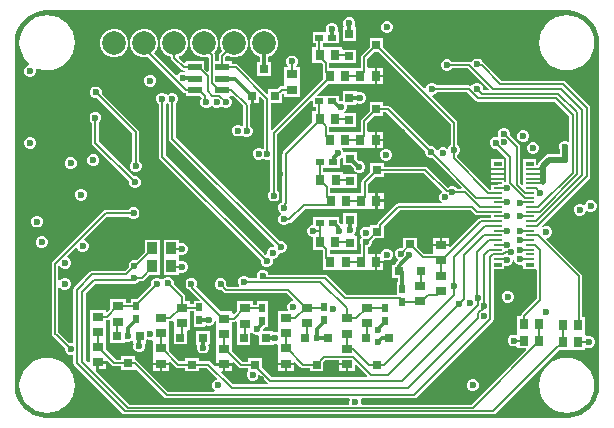
<source format=gbl>
G04*
G04 #@! TF.GenerationSoftware,Altium Limited,Altium Designer,24.6.1 (21)*
G04*
G04 Layer_Physical_Order=4*
G04 Layer_Color=16711680*
%FSLAX44Y44*%
%MOMM*%
G71*
G04*
G04 #@! TF.SameCoordinates,87211DF0-6A2C-41B4-8933-B6BDE5F1B33B*
G04*
G04*
G04 #@! TF.FilePolarity,Positive*
G04*
G01*
G75*
%ADD12C,0.2000*%
%ADD14C,0.1500*%
%ADD20R,0.9000X1.0500*%
%ADD23R,0.5000X0.7000*%
%ADD24R,0.8000X0.9500*%
%ADD26R,0.9500X0.8000*%
%ADD53C,0.5000*%
%ADD54C,0.3000*%
%ADD55C,2.0000*%
%ADD56C,0.6000*%
%ADD57R,0.7620X0.7620*%
%ADD58R,0.7000X0.5000*%
%ADD59R,1.2000X0.6000*%
%ADD60R,0.6600X0.3200*%
%ADD61R,0.6600X0.2000*%
%ADD62R,0.7620X0.7620*%
G36*
X470000Y347451D02*
X471799D01*
X475367Y346981D01*
X478843Y346050D01*
X482167Y344673D01*
X485284Y342874D01*
X488139Y340683D01*
X490683Y338139D01*
X492874Y335284D01*
X494673Y332168D01*
X496050Y328843D01*
X496982Y325367D01*
X497451Y321799D01*
X497451Y320000D01*
X497451Y30000D01*
Y28201D01*
X496981Y24633D01*
X496050Y21157D01*
X494673Y17833D01*
X492874Y14716D01*
X490683Y11861D01*
X488139Y9317D01*
X485284Y7126D01*
X482168Y5327D01*
X478843Y3950D01*
X475367Y3019D01*
X471799Y2549D01*
X470000Y2549D01*
X30000Y2549D01*
X28201D01*
X24633Y3018D01*
X21157Y3950D01*
X17833Y5327D01*
X14716Y7126D01*
X11861Y9317D01*
X9317Y11861D01*
X7126Y14716D01*
X5327Y17832D01*
X3950Y21157D01*
X3019Y24633D01*
X2549Y28201D01*
X2549Y30000D01*
Y320000D01*
Y321799D01*
X3018Y325367D01*
X3950Y328843D01*
X5327Y332167D01*
X7126Y335284D01*
X9317Y338139D01*
X11861Y340683D01*
X14716Y342874D01*
X17832Y344673D01*
X21157Y346050D01*
X24633Y346981D01*
X28201Y347451D01*
X30000Y347451D01*
X470000Y347451D01*
D02*
G37*
%LPC*%
G36*
X318745Y338250D02*
X316755D01*
X314918Y337489D01*
X313511Y336082D01*
X312750Y334245D01*
Y332255D01*
X313511Y330418D01*
X314918Y329011D01*
X316755Y328250D01*
X318745D01*
X320582Y329011D01*
X321989Y330418D01*
X322750Y332255D01*
Y334245D01*
X321989Y336082D01*
X320582Y337489D01*
X318745Y338250D01*
D02*
G37*
G36*
X286995Y341500D02*
X285005D01*
X283168Y340739D01*
X281761Y339332D01*
X281000Y337495D01*
Y335505D01*
X281371Y334610D01*
X280536Y333360D01*
X280190D01*
Y321740D01*
X291810D01*
Y333360D01*
X291464D01*
X290629Y334610D01*
X291000Y335505D01*
Y337495D01*
X290239Y339332D01*
X288832Y340739D01*
X286995Y341500D01*
D02*
G37*
G36*
X272245Y337000D02*
X270255D01*
X268418Y336239D01*
X267011Y334832D01*
X266250Y332995D01*
Y331005D01*
X266563Y330250D01*
X265728Y329000D01*
X255000D01*
Y320000D01*
X257696D01*
Y316250D01*
X254750D01*
Y302750D01*
X262785D01*
X263446Y302089D01*
Y295250D01*
X263500Y294979D01*
Y289215D01*
X220553Y246268D01*
X219303Y246786D01*
Y268940D01*
X228810D01*
Y276234D01*
X229750Y277174D01*
X231000Y276797D01*
Y274500D01*
X244500D01*
Y286250D01*
X244500Y286500D01*
Y287500D01*
X244500Y287750D01*
Y299500D01*
X241589D01*
X241071Y300750D01*
X241739Y301418D01*
X242500Y303255D01*
Y305245D01*
X241739Y307082D01*
X240332Y308489D01*
X238495Y309250D01*
X236505D01*
X234668Y308489D01*
X233261Y307082D01*
X232500Y305245D01*
Y303255D01*
X233261Y301418D01*
X233929Y300750D01*
X233411Y299500D01*
X231000D01*
Y287750D01*
X231000Y287500D01*
Y286500D01*
X231000Y286250D01*
Y283559D01*
X228750D01*
X228750Y283559D01*
X227579Y283326D01*
X226587Y282663D01*
X224484Y280560D01*
X217190D01*
Y277598D01*
X216035Y277120D01*
X191922Y301233D01*
X191012Y301840D01*
X189939Y302054D01*
X186250D01*
Y304250D01*
X181054D01*
Y308125D01*
X182310Y309381D01*
X183718Y308568D01*
X186770Y307750D01*
X189930D01*
X192982Y308568D01*
X195718Y310148D01*
X197952Y312382D01*
X199532Y315118D01*
X200350Y318170D01*
Y321330D01*
X199532Y324382D01*
X197952Y327118D01*
X195718Y329352D01*
X192982Y330932D01*
X189930Y331750D01*
X186770D01*
X183718Y330932D01*
X180982Y329352D01*
X178748Y327118D01*
X177168Y324382D01*
X176350Y321330D01*
Y318170D01*
X177168Y315118D01*
X178247Y313249D01*
X176267Y311269D01*
X175660Y310359D01*
X175446Y309286D01*
Y304250D01*
X172510D01*
Y309713D01*
X172297Y310786D01*
X171760Y311589D01*
X172552Y312382D01*
X174132Y315118D01*
X174950Y318170D01*
Y321330D01*
X174132Y324382D01*
X172552Y327118D01*
X170318Y329352D01*
X167582Y330932D01*
X164530Y331750D01*
X161370D01*
X158318Y330932D01*
X155582Y329352D01*
X153348Y327118D01*
X151768Y324382D01*
X150950Y321330D01*
Y318170D01*
X151768Y315118D01*
X153348Y312382D01*
X155582Y310148D01*
X158318Y308568D01*
X161370Y307750D01*
X164530D01*
X165911Y308120D01*
X166903Y307359D01*
Y296196D01*
X165748Y295718D01*
X163250Y298215D01*
Y304250D01*
X147250D01*
Y303483D01*
X146000Y302965D01*
X141658Y307307D01*
X141982Y308514D01*
X142182Y308568D01*
X144918Y310148D01*
X147152Y312382D01*
X148732Y315118D01*
X149550Y318170D01*
Y321330D01*
X148732Y324382D01*
X147152Y327118D01*
X144918Y329352D01*
X142182Y330932D01*
X139130Y331750D01*
X135970D01*
X132918Y330932D01*
X130182Y329352D01*
X127948Y327118D01*
X126368Y324382D01*
X125550Y321330D01*
Y318170D01*
X126368Y315118D01*
X127948Y312382D01*
X130182Y310148D01*
X132918Y308568D01*
X134746Y308078D01*
Y307450D01*
X134960Y306377D01*
X135567Y305467D01*
X143767Y297267D01*
X144677Y296660D01*
X145750Y296446D01*
X146414D01*
X146543Y296022D01*
X146174Y295550D01*
X145546Y295000D01*
X143756D01*
X141918Y294239D01*
X140546Y292866D01*
X140266Y292635D01*
X139218Y292426D01*
X120507Y311137D01*
X121752Y312382D01*
X123332Y315118D01*
X124150Y318170D01*
Y321330D01*
X123332Y324382D01*
X121752Y327118D01*
X119518Y329352D01*
X116782Y330932D01*
X113730Y331750D01*
X110570D01*
X107518Y330932D01*
X104782Y329352D01*
X102548Y327118D01*
X100968Y324382D01*
X100150Y321330D01*
Y318170D01*
X100968Y315118D01*
X102548Y312382D01*
X104782Y310148D01*
X107518Y308568D01*
X110570Y307750D01*
X113730D01*
X115492Y308222D01*
X145446Y278267D01*
X146356Y277660D01*
X147250Y277482D01*
Y275250D01*
X159285D01*
X161085Y273450D01*
Y273156D01*
X160511Y272582D01*
X159750Y270745D01*
Y268755D01*
X160511Y266918D01*
X161918Y265511D01*
X163755Y264750D01*
X165745D01*
X167582Y265511D01*
X168683Y266612D01*
X168996Y266916D01*
X170245Y266684D01*
X170918Y266011D01*
X172755Y265250D01*
X174745D01*
X176582Y266011D01*
X177375Y266804D01*
X178668Y265511D01*
X180505Y264750D01*
X182495D01*
X184332Y265511D01*
X185739Y266918D01*
X186500Y268755D01*
Y270745D01*
X185739Y272582D01*
X184332Y273989D01*
X184305Y274000D01*
X184554Y275250D01*
X186250D01*
Y275250D01*
X187070Y275590D01*
X196192Y266468D01*
Y250147D01*
X195028Y249543D01*
X194582Y249989D01*
X192745Y250750D01*
X190755D01*
X188918Y249989D01*
X187511Y248582D01*
X186750Y246745D01*
Y244755D01*
X187511Y242918D01*
X188918Y241511D01*
X190755Y240750D01*
X192745D01*
X194582Y241511D01*
X195248Y242177D01*
X196163Y241261D01*
X198001Y240500D01*
X199990D01*
X201828Y241261D01*
X203235Y242668D01*
X203996Y244505D01*
Y246495D01*
X203235Y248332D01*
X201828Y249739D01*
X201800Y249751D01*
Y267629D01*
X201787Y267690D01*
X202813Y268940D01*
X202950D01*
Y274750D01*
X204950D01*
Y268940D01*
X209760D01*
Y273831D01*
X210915Y274309D01*
X213695Y271529D01*
Y230644D01*
X212621Y229950D01*
X212082Y230489D01*
X210245Y231250D01*
X208255D01*
X206418Y230489D01*
X205011Y229082D01*
X204250Y227245D01*
Y225255D01*
X205011Y223418D01*
X206418Y222011D01*
X208255Y221250D01*
X210245D01*
X212082Y222011D01*
X212812Y222741D01*
X213667Y221886D01*
X215504Y221125D01*
X217493D01*
X217907Y221296D01*
X218946Y220602D01*
Y195001D01*
X218918Y194989D01*
X217511Y193582D01*
X216750Y191745D01*
Y189755D01*
X217511Y187918D01*
X218918Y186511D01*
X220755Y185750D01*
X222745D01*
X224582Y186511D01*
X225989Y187918D01*
X226750Y189755D01*
Y191745D01*
X225989Y193582D01*
X224582Y194989D01*
X224554Y195001D01*
Y242339D01*
X253845Y271630D01*
X255000Y271152D01*
Y266000D01*
X257696D01*
Y262250D01*
X254750D01*
Y252715D01*
X230017Y227983D01*
X229410Y227073D01*
X229196Y226000D01*
Y185578D01*
X229006Y185293D01*
X227668Y184739D01*
X226261Y183332D01*
X225500Y181495D01*
Y179505D01*
X226261Y177668D01*
X227668Y176261D01*
X227872Y176176D01*
Y174823D01*
X227668Y174739D01*
X226261Y173332D01*
X225500Y171495D01*
Y169505D01*
X226261Y167668D01*
X227668Y166261D01*
X229505Y165500D01*
X231495D01*
X233332Y166261D01*
X234739Y167668D01*
X234751Y167696D01*
X235250D01*
X236323Y167910D01*
X237233Y168517D01*
X248386Y179671D01*
X266890D01*
X267161Y179725D01*
X276140D01*
Y179725D01*
X277140D01*
Y179725D01*
X289140D01*
Y179725D01*
X289890D01*
Y179725D01*
X301640D01*
X301890Y179725D01*
X302890D01*
X303140Y179725D01*
X307890D01*
Y186475D01*
Y193225D01*
X303140D01*
X302890Y193225D01*
X301694Y193355D01*
Y200729D01*
X307655Y206690D01*
X315310D01*
Y209696D01*
X348839D01*
X364522Y194013D01*
X364418Y193489D01*
X363011Y192082D01*
X362250Y190245D01*
Y188255D01*
X363011Y186418D01*
X364125Y185304D01*
X363711Y184054D01*
X327500D01*
X326427Y183840D01*
X325517Y183233D01*
X310187Y167903D01*
X309580Y166993D01*
X309399Y166085D01*
X303300D01*
Y164404D01*
X302050Y163709D01*
X300745Y164250D01*
X298755D01*
X296918Y163489D01*
X295511Y162082D01*
X294750Y160245D01*
Y158255D01*
X295511Y156418D01*
X296429Y155500D01*
X295516Y154587D01*
X294755Y152749D01*
Y150760D01*
X295516Y148922D01*
X295946Y148492D01*
Y141000D01*
X289500D01*
Y141000D01*
X288750D01*
Y141000D01*
X277000D01*
X276750Y141000D01*
X275750D01*
X275500Y141000D01*
X269304D01*
Y145000D01*
X280000D01*
Y145000D01*
X280440Y144940D01*
Y144940D01*
X281225Y144940D01*
X292060D01*
Y156560D01*
X290399D01*
X289881Y157810D01*
X290739Y158668D01*
X291500Y160505D01*
Y162495D01*
X291311Y162951D01*
X292006Y163990D01*
X292060D01*
Y175610D01*
X280440D01*
Y166616D01*
X279190Y166237D01*
X278949Y166597D01*
X277250Y168297D01*
Y172250D01*
X255250D01*
Y165750D01*
X254505D01*
X252668Y164989D01*
X251261Y163582D01*
X250500Y161745D01*
Y159755D01*
X251261Y157918D01*
X252668Y156511D01*
X254505Y155750D01*
X255000D01*
Y145000D01*
X263035D01*
X263696Y144339D01*
Y137500D01*
X263750Y137229D01*
Y127500D01*
X275500D01*
X275750Y127500D01*
X276750D01*
X277000Y127500D01*
X288750D01*
Y127500D01*
X289500D01*
Y127500D01*
X301250D01*
X301500Y127500D01*
X302500D01*
X302750Y127500D01*
X307500D01*
Y134250D01*
Y141000D01*
X302804D01*
X302500Y141000D01*
X301554Y141734D01*
Y147088D01*
X302587Y147516D01*
X303993Y148922D01*
X304755Y150760D01*
Y151954D01*
X307265Y154465D01*
X314920D01*
Y163064D01*
X314974Y163335D01*
Y164759D01*
X328661Y178446D01*
X388914D01*
X392342Y175017D01*
X393252Y174410D01*
X394325Y174196D01*
X406150D01*
Y171804D01*
X397415D01*
X396342Y171590D01*
X395432Y170983D01*
X371320Y146870D01*
X370165Y147348D01*
Y147750D01*
X356665D01*
Y142750D01*
X356665Y142750D01*
X356535Y141554D01*
X349161D01*
X343200Y147515D01*
Y155170D01*
X331580D01*
Y147515D01*
X330460Y146395D01*
X328596D01*
X326759Y145634D01*
X325352Y144228D01*
X324591Y142390D01*
Y140401D01*
X325352Y138563D01*
X326759Y137157D01*
X327028Y137045D01*
X327272Y135819D01*
X325342Y133888D01*
X324568Y132731D01*
X324484Y132310D01*
X322055D01*
Y120690D01*
X327346D01*
Y117500D01*
X326415D01*
Y106554D01*
X283411D01*
X267483Y122483D01*
X266573Y123090D01*
X265500Y123304D01*
X217500D01*
Y123745D01*
X216739Y125582D01*
X215332Y126989D01*
X213495Y127750D01*
X211505D01*
X209668Y126989D01*
X208261Y125582D01*
X207500Y123745D01*
Y121756D01*
X207567Y121593D01*
X206873Y120554D01*
X201001D01*
X200989Y120582D01*
X199582Y121989D01*
X197745Y122750D01*
X195755D01*
X193918Y121989D01*
X192511Y120582D01*
X191750Y118745D01*
Y116755D01*
X192511Y114918D01*
X192720Y114709D01*
X192242Y113554D01*
X182889D01*
X181879Y114563D01*
X181891Y114592D01*
Y116581D01*
X181130Y118419D01*
X179723Y119825D01*
X177886Y120586D01*
X175896D01*
X174059Y119825D01*
X172652Y118419D01*
X171891Y116581D01*
Y114592D01*
X172652Y112754D01*
X174059Y111348D01*
X175896Y110586D01*
X177886D01*
X177914Y110598D01*
X179745Y108767D01*
X180654Y108160D01*
X181727Y107946D01*
X232789D01*
X238330Y102405D01*
X237852Y101250D01*
X237505D01*
X235668Y100489D01*
X234261Y99082D01*
X233500Y97245D01*
Y95255D01*
X233916Y94250D01*
X233081Y93000D01*
X225450D01*
Y81000D01*
X225450D01*
Y80000D01*
X225450D01*
Y75605D01*
X224411Y74910D01*
X224195Y75000D01*
X222206D01*
X221278Y75620D01*
Y75890D01*
X213161D01*
X212750Y76505D01*
Y77453D01*
X213942Y78645D01*
X214232Y79080D01*
X216918D01*
Y90080D01*
Y101080D01*
X207918D01*
Y98134D01*
X204168D01*
Y101330D01*
X190668D01*
Y93295D01*
X187918Y90545D01*
X186668Y91063D01*
Y92580D01*
X177134D01*
X156392Y113321D01*
X156489Y113418D01*
X157250Y115255D01*
Y117245D01*
X156489Y119082D01*
X155082Y120489D01*
X153244Y121250D01*
X151255D01*
X149418Y120489D01*
X148011Y119082D01*
X147250Y117245D01*
Y115255D01*
X148011Y113418D01*
X149418Y112011D01*
X150530Y111551D01*
X151128Y110655D01*
X159128Y102655D01*
X158650Y101500D01*
X154409D01*
Y98554D01*
X150659D01*
Y101750D01*
X146713D01*
Y105091D01*
X146500Y106164D01*
X145892Y107073D01*
X137238Y115727D01*
X137250Y115755D01*
Y117745D01*
X136489Y119582D01*
X135082Y120989D01*
X133245Y121750D01*
X131255D01*
X129418Y120989D01*
X128317Y119888D01*
X128004Y119584D01*
X126755Y119816D01*
X126082Y120489D01*
X124245Y121250D01*
X122255D01*
X120418Y120489D01*
X119011Y119082D01*
X118250Y117245D01*
Y115255D01*
X118262Y115227D01*
X105785Y102750D01*
X100750D01*
Y99804D01*
X97000D01*
Y103000D01*
X83500D01*
Y94965D01*
X80750Y92215D01*
X79500Y92733D01*
Y94250D01*
X66000D01*
Y82250D01*
X66000D01*
Y81250D01*
X66000D01*
Y69250D01*
X66000D01*
Y68500D01*
X66000D01*
Y56750D01*
X66000Y56500D01*
X66000D01*
Y55500D01*
X66000D01*
Y49527D01*
X64845Y49049D01*
X62804Y51090D01*
Y107949D01*
X71051Y116196D01*
X102000D01*
X102191Y116234D01*
X102755Y116000D01*
X104745D01*
X106582Y116761D01*
X107989Y118168D01*
X108001Y118196D01*
X110250D01*
X111323Y118410D01*
X112233Y119017D01*
X116715Y123500D01*
X125750D01*
Y138000D01*
X125750Y138000D01*
Y139000D01*
X125750D01*
X125750Y139250D01*
Y153500D01*
X112750D01*
Y142965D01*
X105377Y135592D01*
X104995Y135750D01*
X103005D01*
X101168Y134989D01*
X99761Y133582D01*
X99000Y131745D01*
Y129755D01*
X99012Y129727D01*
X96089Y126804D01*
X68000D01*
X66927Y126590D01*
X66017Y125983D01*
X53017Y112983D01*
X52410Y112073D01*
X52196Y111000D01*
Y66627D01*
X51157Y65933D01*
X50995Y66000D01*
X49005D01*
X48623Y65842D01*
X40233Y74233D01*
X39554Y74686D01*
Y112816D01*
X40577Y113114D01*
X40804Y113125D01*
X42168Y111761D01*
X44005Y111000D01*
X45995D01*
X47832Y111761D01*
X49239Y113168D01*
X50000Y115005D01*
Y116995D01*
X49239Y118832D01*
X47832Y120239D01*
X45995Y121000D01*
X44005D01*
X42168Y120239D01*
X40804Y118875D01*
X40577Y118886D01*
X39554Y119184D01*
Y130704D01*
X39823Y130873D01*
X41261Y130668D01*
X42668Y129261D01*
X44505Y128500D01*
X46495D01*
X48332Y129261D01*
X49739Y130668D01*
X50500Y132505D01*
Y134495D01*
X49739Y136332D01*
X48332Y137739D01*
X47547Y138064D01*
X47254Y139538D01*
X54095Y146380D01*
X55539Y146056D01*
X56011Y144918D01*
X57418Y143511D01*
X59255Y142750D01*
X61245D01*
X63082Y143511D01*
X64489Y144918D01*
X65250Y146755D01*
Y148745D01*
X64489Y150582D01*
X63082Y151989D01*
X61943Y152460D01*
X61620Y153905D01*
X80661Y172946D01*
X98999D01*
X99011Y172918D01*
X100418Y171511D01*
X102255Y170750D01*
X104245D01*
X106082Y171511D01*
X107489Y172918D01*
X108250Y174755D01*
Y176745D01*
X107489Y178582D01*
X106082Y179989D01*
X104245Y180750D01*
X102255D01*
X100418Y179989D01*
X99011Y178582D01*
X98999Y178554D01*
X79500D01*
X78427Y178340D01*
X77517Y177733D01*
X34767Y134983D01*
X34160Y134073D01*
X33946Y133000D01*
Y73507D01*
X34160Y72434D01*
X34767Y71525D01*
X36025Y70267D01*
X36756Y69779D01*
X45000Y61535D01*
Y60005D01*
X45761Y58168D01*
X47168Y56761D01*
X49005Y56000D01*
X50995D01*
X51157Y56067D01*
X52196Y55373D01*
Y49000D01*
X52410Y47927D01*
X53017Y47017D01*
X93767Y6267D01*
X94677Y5660D01*
X95750Y5446D01*
X408000D01*
X409073Y5660D01*
X409983Y6267D01*
X463965Y60250D01*
X472500D01*
X472750Y60250D01*
X473750D01*
X474000Y60250D01*
X485750D01*
Y61581D01*
X487000Y62417D01*
X488005Y62000D01*
X489995D01*
X491832Y62761D01*
X493239Y64168D01*
X494000Y66005D01*
Y67995D01*
X493239Y69832D01*
X491832Y71239D01*
X489995Y72000D01*
X488005D01*
X487000Y71583D01*
X485750Y72419D01*
Y73500D01*
X485750Y73750D01*
Y74750D01*
X485750Y75000D01*
Y88250D01*
X482804D01*
Y122500D01*
X482590Y123573D01*
X481983Y124483D01*
X452715Y153750D01*
X453233Y155000D01*
X453745D01*
X455582Y155761D01*
X456989Y157168D01*
X457750Y159005D01*
Y160995D01*
X456989Y162832D01*
X455582Y164239D01*
X453745Y165000D01*
X451755D01*
X449918Y164239D01*
X449126Y165161D01*
X488983Y205017D01*
X489590Y205927D01*
X489804Y207000D01*
Y265000D01*
X489590Y266073D01*
X488983Y266983D01*
X468983Y286983D01*
X468073Y287590D01*
X467000Y287804D01*
X414911D01*
X399844Y302872D01*
X398950Y303469D01*
X398489Y304582D01*
X397082Y305989D01*
X395245Y306750D01*
X393255D01*
X391418Y305989D01*
X390011Y304582D01*
X389841Y304171D01*
X388752Y303840D01*
X387679Y304054D01*
X373001D01*
X372989Y304082D01*
X371582Y305489D01*
X369745Y306250D01*
X367755D01*
X365918Y305489D01*
X364511Y304082D01*
X363750Y302245D01*
Y300255D01*
X364511Y298418D01*
X365918Y297011D01*
X367755Y296250D01*
X369745D01*
X371582Y297011D01*
X372989Y298418D01*
X373001Y298446D01*
X386517D01*
X404005Y280959D01*
X403527Y279804D01*
X400155D01*
X399000Y280256D01*
Y282245D01*
X398239Y284082D01*
X396832Y285489D01*
X394995Y286250D01*
X393005D01*
X391168Y285489D01*
X389761Y284082D01*
X389750Y284056D01*
X388242Y283680D01*
X388002Y283840D01*
X386929Y284054D01*
X360001D01*
X359989Y284082D01*
X358582Y285489D01*
X356745Y286250D01*
X354756D01*
X352918Y285489D01*
X351511Y284082D01*
X350750Y282245D01*
Y281868D01*
X349500Y281350D01*
X314670Y316180D01*
Y323835D01*
X303050D01*
Y316180D01*
X296517Y309648D01*
X295910Y308738D01*
X295696Y307665D01*
Y298750D01*
X289250D01*
Y298750D01*
X288500D01*
Y298750D01*
X276500D01*
Y298750D01*
X275500D01*
Y298750D01*
X269054D01*
Y302750D01*
X279750D01*
Y302750D01*
X280190Y302690D01*
Y302690D01*
X280975Y302690D01*
X291810D01*
Y314310D01*
X280190D01*
X279750Y315378D01*
Y316250D01*
X267750D01*
X267750Y316250D01*
X266750D01*
Y316250D01*
X266500Y316250D01*
X263304D01*
Y320000D01*
X277000D01*
Y329000D01*
X276772D01*
X275937Y330250D01*
X276250Y331005D01*
Y332995D01*
X275489Y334832D01*
X274082Y336239D01*
X272245Y337000D01*
D02*
G37*
G36*
X88330Y331750D02*
X85170D01*
X82118Y330932D01*
X79382Y329352D01*
X77148Y327118D01*
X75568Y324382D01*
X74750Y321330D01*
Y318170D01*
X75568Y315118D01*
X77148Y312382D01*
X79382Y310148D01*
X82118Y308568D01*
X85170Y307750D01*
X88330D01*
X91382Y308568D01*
X94118Y310148D01*
X96352Y312382D01*
X97932Y315118D01*
X98750Y318170D01*
Y321330D01*
X97932Y324382D01*
X96352Y327118D01*
X94118Y329352D01*
X91382Y330932D01*
X88330Y331750D01*
D02*
G37*
G36*
X470000Y343383D02*
X465438Y342933D01*
X461052Y341603D01*
X457009Y339442D01*
X453466Y336534D01*
X450558Y332991D01*
X448397Y328948D01*
X447067Y324562D01*
X446617Y320000D01*
X447067Y315438D01*
X448397Y311052D01*
X450558Y307009D01*
X453466Y303466D01*
X457009Y300558D01*
X461052Y298397D01*
X465438Y297067D01*
X470000Y296617D01*
X474562Y297067D01*
X478948Y298397D01*
X482991Y300558D01*
X486534Y303466D01*
X489442Y307009D01*
X491603Y311052D01*
X492933Y315438D01*
X493383Y320000D01*
X492933Y324562D01*
X491603Y328948D01*
X489442Y332991D01*
X486534Y336534D01*
X482991Y339442D01*
X478948Y341603D01*
X474562Y342933D01*
X470000Y343383D01*
D02*
G37*
G36*
X30000D02*
X25438Y342933D01*
X21052Y341603D01*
X17009Y339442D01*
X13466Y336534D01*
X10558Y332991D01*
X8397Y328948D01*
X7067Y324562D01*
X6617Y320000D01*
X7067Y315438D01*
X8397Y311052D01*
X10558Y307009D01*
X13466Y303466D01*
X15037Y302177D01*
X14616Y301000D01*
X14505D01*
X12668Y300239D01*
X11261Y298832D01*
X10500Y296995D01*
Y295005D01*
X11261Y293168D01*
X12668Y291761D01*
X14505Y291000D01*
X16495D01*
X18332Y291761D01*
X19739Y293168D01*
X20500Y295005D01*
Y296995D01*
X20351Y297355D01*
X20688Y297856D01*
X21304Y298321D01*
X25438Y297067D01*
X30000Y296617D01*
X34562Y297067D01*
X38948Y298397D01*
X42991Y300558D01*
X46534Y303466D01*
X49442Y307009D01*
X51603Y311052D01*
X52933Y315438D01*
X53383Y320000D01*
X52933Y324562D01*
X51603Y328948D01*
X49442Y332991D01*
X46534Y336534D01*
X42991Y339442D01*
X38948Y341603D01*
X34562Y342933D01*
X30000Y343383D01*
D02*
G37*
G36*
X215330Y331750D02*
X212170D01*
X209118Y330932D01*
X206382Y329352D01*
X204148Y327118D01*
X202568Y324382D01*
X201750Y321330D01*
Y318170D01*
X202568Y315118D01*
X204148Y312382D01*
X206382Y310148D01*
X209118Y308568D01*
X210044Y308320D01*
Y303420D01*
X207665D01*
Y291800D01*
X219285D01*
Y303420D01*
X217181D01*
Y308246D01*
X218382Y308568D01*
X221118Y310148D01*
X223352Y312382D01*
X224932Y315118D01*
X225750Y318170D01*
Y321330D01*
X224932Y324382D01*
X223352Y327118D01*
X221118Y329352D01*
X218382Y330932D01*
X215330Y331750D01*
D02*
G37*
G36*
X118495Y293000D02*
X116505D01*
X114668Y292239D01*
X113261Y290832D01*
X112500Y288995D01*
Y287005D01*
X113261Y285168D01*
X114668Y283761D01*
X116505Y283000D01*
X118495D01*
X120332Y283761D01*
X121739Y285168D01*
X122500Y287005D01*
Y288995D01*
X121739Y290832D01*
X120332Y292239D01*
X118495Y293000D01*
D02*
G37*
G36*
X16745Y240250D02*
X14755D01*
X12918Y239489D01*
X11511Y238082D01*
X10750Y236245D01*
Y234255D01*
X11511Y232418D01*
X12918Y231011D01*
X14755Y230250D01*
X16745D01*
X18582Y231011D01*
X19989Y232418D01*
X20750Y234255D01*
Y236245D01*
X19989Y238082D01*
X18582Y239489D01*
X16745Y240250D01*
D02*
G37*
G36*
X70245Y225500D02*
X68255D01*
X66418Y224739D01*
X65011Y223332D01*
X64250Y221495D01*
Y219505D01*
X65011Y217668D01*
X66418Y216261D01*
X68255Y215500D01*
X70245D01*
X72082Y216261D01*
X73489Y217668D01*
X74250Y219505D01*
Y221495D01*
X73489Y223332D01*
X72082Y224739D01*
X70245Y225500D01*
D02*
G37*
G36*
X50995Y223000D02*
X49005D01*
X47168Y222239D01*
X45761Y220832D01*
X45000Y218995D01*
Y217005D01*
X45761Y215168D01*
X47168Y213761D01*
X49005Y213000D01*
X50995D01*
X52832Y213761D01*
X54239Y215168D01*
X55000Y217005D01*
Y218995D01*
X54239Y220832D01*
X52832Y222239D01*
X50995Y223000D01*
D02*
G37*
G36*
X72245Y283000D02*
X70255D01*
X68418Y282239D01*
X67011Y280832D01*
X66250Y278995D01*
Y277005D01*
X67011Y275168D01*
X68418Y273761D01*
X70255Y273000D01*
X72245D01*
X72273Y273012D01*
X102278Y243006D01*
Y219739D01*
X102250Y219728D01*
X100843Y218321D01*
X100082Y216483D01*
Y214494D01*
X100843Y212656D01*
X102250Y211250D01*
X104088Y210489D01*
X106077D01*
X107915Y211250D01*
X109321Y212656D01*
X110082Y214494D01*
Y216483D01*
X109321Y218321D01*
X107915Y219728D01*
X107886Y219739D01*
Y244168D01*
X107673Y245241D01*
X107065Y246150D01*
X76238Y276977D01*
X76250Y277005D01*
Y278995D01*
X75489Y280832D01*
X74082Y282239D01*
X72245Y283000D01*
D02*
G37*
G36*
X71995Y261750D02*
X70005D01*
X68168Y260989D01*
X66761Y259582D01*
X66000Y257745D01*
Y255755D01*
X66761Y253918D01*
X68168Y252511D01*
X68196Y252499D01*
Y235429D01*
X68410Y234356D01*
X69017Y233446D01*
X99556Y202908D01*
X99544Y202879D01*
Y200890D01*
X100305Y199052D01*
X101712Y197646D01*
X103550Y196885D01*
X105539D01*
X107376Y197646D01*
X108783Y199052D01*
X109544Y200890D01*
Y202879D01*
X108783Y204717D01*
X107376Y206124D01*
X105539Y206885D01*
X103550D01*
X103521Y206873D01*
X73804Y236590D01*
Y252499D01*
X73832Y252511D01*
X75239Y253918D01*
X76000Y255755D01*
Y257745D01*
X75239Y259582D01*
X73832Y260989D01*
X71995Y261750D01*
D02*
G37*
G36*
X309890Y193225D02*
Y187475D01*
X314890D01*
Y193225D01*
X309890D01*
D02*
G37*
G36*
X59745Y196500D02*
X57755D01*
X55918Y195739D01*
X54511Y194332D01*
X53750Y192495D01*
Y190505D01*
X54511Y188668D01*
X55918Y187261D01*
X57755Y186500D01*
X59745D01*
X61582Y187261D01*
X62989Y188668D01*
X63750Y190505D01*
Y192495D01*
X62989Y194332D01*
X61582Y195739D01*
X59745Y196500D01*
D02*
G37*
G36*
X491245Y187000D02*
X489255D01*
X487418Y186239D01*
X486011Y184832D01*
X485351Y183238D01*
X484498Y182890D01*
X484000Y182821D01*
X483832Y182989D01*
X481995Y183750D01*
X480005D01*
X478168Y182989D01*
X476761Y181582D01*
X476000Y179745D01*
Y177755D01*
X476761Y175918D01*
X478168Y174511D01*
X480005Y173750D01*
X481995D01*
X483832Y174511D01*
X485239Y175918D01*
X485899Y177512D01*
X486752Y177860D01*
X487250Y177929D01*
X487418Y177761D01*
X489255Y177000D01*
X491245D01*
X493082Y177761D01*
X494489Y179168D01*
X495250Y181005D01*
Y182995D01*
X494489Y184832D01*
X493082Y186239D01*
X491245Y187000D01*
D02*
G37*
G36*
X314890Y185475D02*
X309890D01*
Y179725D01*
X314890D01*
Y185475D01*
D02*
G37*
G36*
X22745Y173750D02*
X20755D01*
X18918Y172989D01*
X17511Y171582D01*
X16750Y169745D01*
Y167755D01*
X17511Y165918D01*
X18918Y164511D01*
X20755Y163750D01*
X22745D01*
X24582Y164511D01*
X25989Y165918D01*
X26750Y167755D01*
Y169745D01*
X25989Y171582D01*
X24582Y172989D01*
X22745Y173750D01*
D02*
G37*
G36*
X370165Y154750D02*
X364415D01*
Y149750D01*
X370165D01*
Y154750D01*
D02*
G37*
G36*
X362415D02*
X356665D01*
Y149750D01*
X362415D01*
Y154750D01*
D02*
G37*
G36*
X26495Y156250D02*
X24505D01*
X22668Y155489D01*
X21261Y154082D01*
X20500Y152245D01*
Y150255D01*
X21261Y148418D01*
X22668Y147011D01*
X24505Y146250D01*
X26495D01*
X28332Y147011D01*
X29739Y148418D01*
X30500Y150255D01*
Y152245D01*
X29739Y154082D01*
X28332Y155489D01*
X26495Y156250D01*
D02*
G37*
G36*
X318495Y145750D02*
X316505D01*
X314668Y144989D01*
X313261Y143582D01*
X312500Y141745D01*
Y141000D01*
X309500D01*
Y135250D01*
X314533D01*
X315750Y136063D01*
X316505Y135750D01*
X318495D01*
X320332Y136511D01*
X321739Y137918D01*
X322500Y139755D01*
Y141745D01*
X321739Y143582D01*
X320332Y144989D01*
X318495Y145750D01*
D02*
G37*
G36*
X141750Y153500D02*
X128750D01*
Y139250D01*
X128750Y139000D01*
Y138000D01*
X128750Y137750D01*
Y123500D01*
X141750D01*
Y124895D01*
X142789Y125590D01*
X143005Y125500D01*
X144995D01*
X146832Y126261D01*
X148239Y127668D01*
X149000Y129505D01*
Y131495D01*
X148239Y133332D01*
X146832Y134739D01*
X144995Y135500D01*
X143005D01*
X142789Y135410D01*
X141750Y136105D01*
Y137750D01*
X141750Y138000D01*
Y139000D01*
X141750Y139250D01*
Y139999D01*
X142789Y140693D01*
X143255Y140500D01*
X145245D01*
X147082Y141261D01*
X148489Y142668D01*
X149250Y144505D01*
Y146495D01*
X148489Y148332D01*
X147082Y149739D01*
X145245Y150500D01*
X143255D01*
X142789Y150307D01*
X141750Y151001D01*
Y153500D01*
D02*
G37*
G36*
X128495Y277750D02*
X126505D01*
X124668Y276989D01*
X123261Y275582D01*
X122500Y273745D01*
Y271755D01*
X123261Y269918D01*
X124668Y268511D01*
X124696Y268499D01*
Y223500D01*
X124910Y222427D01*
X125517Y221517D01*
X211012Y136023D01*
X211000Y135995D01*
Y134005D01*
X211761Y132168D01*
X213168Y130761D01*
X215005Y130000D01*
X216995D01*
X218832Y130761D01*
X220239Y132168D01*
X221000Y134005D01*
Y135995D01*
X221672Y137000D01*
X221995D01*
X223832Y137761D01*
X225239Y139168D01*
X226000Y141005D01*
Y141328D01*
X227006Y142000D01*
X228995D01*
X230832Y142761D01*
X232239Y144168D01*
X233000Y146005D01*
Y147995D01*
X232239Y149832D01*
X230832Y151239D01*
X228995Y152000D01*
X227005D01*
X226977Y151988D01*
X138804Y240161D01*
Y268249D01*
X138832Y268261D01*
X140239Y269668D01*
X141000Y271505D01*
Y273495D01*
X140239Y275332D01*
X138832Y276739D01*
X136995Y277500D01*
X135005D01*
X133168Y276739D01*
X132703Y276274D01*
X130991Y276330D01*
X130332Y276989D01*
X128495Y277750D01*
D02*
G37*
G36*
X314500Y133250D02*
X309500D01*
Y127500D01*
X314500D01*
Y133250D01*
D02*
G37*
G36*
X470000Y53383D02*
X465438Y52933D01*
X461052Y51603D01*
X457009Y49442D01*
X453466Y46534D01*
X450558Y42991D01*
X448397Y38948D01*
X447067Y34562D01*
X446617Y30000D01*
X447067Y25438D01*
X448397Y21052D01*
X450558Y17009D01*
X453466Y13466D01*
X457009Y10558D01*
X461052Y8397D01*
X465438Y7067D01*
X470000Y6617D01*
X474562Y7067D01*
X478948Y8397D01*
X482991Y10558D01*
X486534Y13466D01*
X489442Y17009D01*
X491603Y21052D01*
X492933Y25438D01*
X493383Y30000D01*
X492933Y34562D01*
X491603Y38948D01*
X489442Y42991D01*
X486534Y46534D01*
X482991Y49442D01*
X478948Y51603D01*
X474562Y52933D01*
X470000Y53383D01*
D02*
G37*
G36*
X30000D02*
X25438Y52933D01*
X21052Y51603D01*
X17009Y49442D01*
X13466Y46534D01*
X10558Y42991D01*
X8397Y38948D01*
X7067Y34562D01*
X6617Y30000D01*
X7067Y25438D01*
X8397Y21052D01*
X10558Y17009D01*
X13466Y13466D01*
X17009Y10558D01*
X21052Y8397D01*
X25438Y7067D01*
X30000Y6617D01*
X34562Y7067D01*
X38948Y8397D01*
X42991Y10558D01*
X46534Y13466D01*
X49442Y17009D01*
X51603Y21052D01*
X52933Y25438D01*
X53383Y30000D01*
X52933Y34562D01*
X51603Y38948D01*
X49442Y42991D01*
X46534Y46534D01*
X42991Y49442D01*
X38948Y51603D01*
X34562Y52933D01*
X30000Y53383D01*
D02*
G37*
%LPD*%
G36*
X371696Y251224D02*
Y233751D01*
X371668Y233739D01*
X370261Y232332D01*
X369674Y230915D01*
X368531Y230537D01*
X368272Y230549D01*
X368082Y230739D01*
X366245Y231500D01*
X364255D01*
X362418Y230739D01*
X361011Y229332D01*
X361009Y229326D01*
X359656D01*
X359239Y230332D01*
X357832Y231739D01*
X355995Y232500D01*
X354005D01*
X353977Y232488D01*
X320458Y266008D01*
X319548Y266615D01*
X318475Y266829D01*
X314670D01*
Y269835D01*
X303050D01*
Y262180D01*
X296517Y255648D01*
X295910Y254738D01*
X295696Y253665D01*
Y244750D01*
X289250D01*
Y244750D01*
X288500D01*
Y244750D01*
X276500D01*
Y244750D01*
X275500D01*
Y244750D01*
X269054D01*
Y248750D01*
X279750D01*
Y248750D01*
X280190Y248690D01*
Y248690D01*
X280975Y248690D01*
X291810D01*
Y260310D01*
X281845D01*
X281597Y261560D01*
X282082Y261761D01*
X283489Y263168D01*
X284250Y265005D01*
Y266994D01*
X284748Y267740D01*
X291810D01*
Y268056D01*
X293060Y268892D01*
X294005Y268500D01*
X295995D01*
X297832Y269261D01*
X299239Y270668D01*
X300000Y272505D01*
Y274495D01*
X299239Y276332D01*
X297832Y277739D01*
X295995Y278500D01*
X294005D01*
X293060Y278108D01*
X291810Y278944D01*
Y279360D01*
X280190D01*
Y271000D01*
X278255D01*
X278225Y270988D01*
X277000Y271833D01*
Y275000D01*
X258848D01*
X258370Y276155D01*
X267465Y285250D01*
X275500D01*
Y285250D01*
X276500D01*
Y285250D01*
X288500D01*
Y285250D01*
X289250D01*
Y285250D01*
X301000D01*
X301250Y285250D01*
X302250D01*
X302500Y285250D01*
X307250D01*
Y292000D01*
Y298750D01*
X302554D01*
X302250Y298750D01*
X301304Y299484D01*
Y306504D01*
X307015Y312215D01*
X310705D01*
X371696Y251224D01*
D02*
G37*
G36*
X393196Y271017D02*
X394106Y270410D01*
X395179Y270196D01*
X459839D01*
X472196Y257839D01*
Y237008D01*
X470946Y236399D01*
X469495Y237000D01*
X467505D01*
X465668Y236239D01*
X464261Y234832D01*
X463500Y232995D01*
Y231005D01*
X463912Y230011D01*
Y225838D01*
X455000D01*
X453244Y225489D01*
X451756Y224494D01*
X446256Y218994D01*
X445261Y217506D01*
X445100Y216696D01*
X443850Y216819D01*
Y221350D01*
X433250D01*
Y210000D01*
Y200145D01*
X432095Y199667D01*
X430804Y200958D01*
Y232000D01*
X430590Y233073D01*
X429983Y233983D01*
X421988Y241977D01*
X422000Y242005D01*
Y243995D01*
X421239Y245832D01*
X419832Y247239D01*
X417995Y248000D01*
X416005D01*
X414168Y247239D01*
X412761Y245832D01*
X412000Y243995D01*
Y242005D01*
X412336Y241194D01*
X411380Y240237D01*
X410745Y240500D01*
X408755D01*
X406918Y239739D01*
X405511Y238332D01*
X404750Y236495D01*
Y234505D01*
X405511Y232668D01*
X406918Y231261D01*
X408755Y230500D01*
X410745D01*
X410773Y230512D01*
X418946Y222339D01*
Y202453D01*
X417723Y202061D01*
X416750Y202764D01*
Y204000D01*
X411450D01*
X406150D01*
Y202000D01*
X411450D01*
Y200000D01*
X406150D01*
Y195804D01*
X404834D01*
X377304Y223335D01*
Y225249D01*
X377332Y225261D01*
X378739Y226668D01*
X379500Y228505D01*
Y230495D01*
X378739Y232332D01*
X377332Y233739D01*
X377304Y233751D01*
Y252385D01*
X377090Y253458D01*
X376483Y254368D01*
X355850Y275000D01*
X356368Y276250D01*
X356745D01*
X358582Y277011D01*
X359989Y278418D01*
X360001Y278446D01*
X385768D01*
X393196Y271017D01*
D02*
G37*
G36*
X350012Y228523D02*
X350000Y228495D01*
Y226505D01*
X350761Y224668D01*
X352168Y223261D01*
X354005Y222500D01*
X355995D01*
X356023Y222512D01*
X380940Y197595D01*
X380462Y196440D01*
X377273D01*
X377262Y196468D01*
X375855Y197875D01*
X374017Y198636D01*
X372028D01*
X370190Y197875D01*
X369390Y197075D01*
X351983Y214483D01*
X351073Y215090D01*
X350000Y215304D01*
X315310D01*
Y218310D01*
X303690D01*
Y210655D01*
X296907Y203873D01*
X296300Y202963D01*
X296086Y201890D01*
Y193225D01*
X289890D01*
Y193225D01*
X289140D01*
Y193225D01*
X277140D01*
Y193225D01*
X276140D01*
Y193225D01*
X269694D01*
Y197225D01*
X280390D01*
Y197225D01*
X280830Y197165D01*
Y197165D01*
X281615Y197165D01*
X292450D01*
Y208785D01*
X280830D01*
X280390Y209853D01*
Y210725D01*
X268390D01*
X268390Y210725D01*
X267390D01*
Y210725D01*
X267140Y210725D01*
X263944D01*
Y214475D01*
X277640D01*
Y221767D01*
X278832Y222261D01*
X279580Y223009D01*
X280830Y222491D01*
Y216215D01*
X287403D01*
X289500Y214118D01*
Y213755D01*
X290261Y211918D01*
X291668Y210511D01*
X293505Y209750D01*
X295495D01*
X297332Y210511D01*
X298739Y211918D01*
X299500Y213755D01*
Y215745D01*
X298739Y217582D01*
X297332Y218989D01*
X295495Y219750D01*
X293962D01*
X292450Y221262D01*
Y227835D01*
X280859D01*
X280239Y229332D01*
X279571Y230000D01*
X280089Y231250D01*
X288500D01*
Y231250D01*
X289250D01*
Y231250D01*
X301000D01*
X301250Y231250D01*
X302250D01*
X302500Y231250D01*
X307250D01*
Y238000D01*
Y244750D01*
X302554D01*
X302250Y244750D01*
X301304Y245484D01*
Y252504D01*
X307015Y258215D01*
X314670D01*
Y261221D01*
X317314D01*
X350012Y228523D01*
D02*
G37*
G36*
X425335Y135960D02*
X425536Y135669D01*
X426261Y133918D01*
X427668Y132511D01*
X429505Y131750D01*
X431495D01*
X432211Y132047D01*
X433250Y131352D01*
Y128650D01*
X443850D01*
X444696Y127751D01*
Y103661D01*
X431767Y90733D01*
X431160Y89823D01*
X430996Y89000D01*
X427750D01*
Y75500D01*
X427750D01*
Y74750D01*
X427750D01*
Y73398D01*
X426711Y72703D01*
X425995Y73000D01*
X424005D01*
X422168Y72239D01*
X420761Y70832D01*
X420000Y68995D01*
Y67005D01*
X420761Y65168D01*
X422168Y63761D01*
X424005Y63000D01*
X425995D01*
X426711Y63297D01*
X427750Y62602D01*
Y61250D01*
X435151D01*
X435630Y60095D01*
X389339Y13804D01*
X296627D01*
X295933Y14843D01*
X296000Y15005D01*
Y16995D01*
X295606Y17946D01*
X296441Y19196D01*
X341000D01*
X342073Y19410D01*
X342983Y20017D01*
X407233Y84267D01*
X407840Y85177D01*
X408054Y86250D01*
Y128650D01*
X416750D01*
Y130999D01*
X417789Y131693D01*
X418255Y131500D01*
X420245D01*
X422082Y132261D01*
X423489Y133668D01*
X424250Y135505D01*
Y136419D01*
X424435Y136512D01*
X425335Y135960D01*
D02*
G37*
G36*
X154409Y79500D02*
X163409D01*
Y80325D01*
X163497Y80434D01*
X164659Y81058D01*
X166005Y80500D01*
X167995D01*
X169832Y81261D01*
X171239Y82668D01*
X172000Y84505D01*
X173168Y84309D01*
Y80580D01*
X173168D01*
Y79580D01*
X173168D01*
Y67580D01*
X173168D01*
Y66830D01*
X173168D01*
Y55080D01*
X173168Y54830D01*
X173168D01*
Y53830D01*
X173168D01*
Y48830D01*
X179918D01*
X186668D01*
Y49232D01*
X187823Y49710D01*
X192296Y45237D01*
X193205Y44630D01*
X194278Y44416D01*
X200133D01*
Y42204D01*
X199761Y41832D01*
X199000Y39995D01*
Y38005D01*
X199761Y36168D01*
X201168Y34761D01*
X203005Y34000D01*
X204995D01*
X206832Y34761D01*
X208239Y36168D01*
X209000Y38005D01*
Y38430D01*
X210250Y38948D01*
X217144Y32054D01*
X217138Y31897D01*
X216747Y30804D01*
X187411D01*
X177540Y40675D01*
X178018Y41830D01*
X178918D01*
Y46830D01*
X173168D01*
Y46680D01*
X172014Y46202D01*
X168593Y49623D01*
X167683Y50230D01*
X166610Y50444D01*
X158244D01*
Y53450D01*
X146624D01*
Y50444D01*
X141931D01*
X133159Y59215D01*
Y67250D01*
X133159D01*
Y68000D01*
X133159D01*
Y80000D01*
X133159D01*
Y81000D01*
X133159D01*
Y84196D01*
X134409D01*
X135482Y84410D01*
X135909Y84695D01*
X137159Y84087D01*
Y76750D01*
X137159D01*
X137099Y76310D01*
X137099D01*
X137099Y75525D01*
Y64690D01*
X148719D01*
Y76310D01*
X149787Y76750D01*
X150659D01*
Y88750D01*
X150659Y88750D01*
Y89750D01*
X150659D01*
X150659Y90000D01*
Y92946D01*
X154409D01*
Y79500D01*
D02*
G37*
G36*
X190668Y83667D02*
Y76330D01*
X190668D01*
X190608Y75890D01*
X190608D01*
X190608Y75105D01*
Y64270D01*
X202228D01*
Y74498D01*
X203478Y74747D01*
X203511Y74668D01*
X204918Y73261D01*
X206755Y72500D01*
X208745D01*
X209658Y71889D01*
Y64270D01*
X221278D01*
Y64381D01*
X222206Y65000D01*
X224195D01*
X224411Y65090D01*
X225450Y64395D01*
Y55500D01*
X225450Y55250D01*
X225450D01*
Y54250D01*
X225450D01*
Y49250D01*
X232200D01*
X238950D01*
Y49652D01*
X240105Y50130D01*
X244577Y45657D01*
X245487Y45050D01*
X246560Y44836D01*
X252415D01*
Y41830D01*
X264035D01*
Y49485D01*
X265746Y51196D01*
X277000D01*
Y49000D01*
X283750D01*
Y48000D01*
X284750D01*
Y42000D01*
X290500D01*
Y47230D01*
X291655Y47708D01*
X301309Y38054D01*
X300792Y36804D01*
X220325D01*
X211753Y45375D01*
Y53030D01*
X200133D01*
Y50024D01*
X195440D01*
X186668Y58795D01*
Y66830D01*
X186668D01*
Y67580D01*
X186668D01*
Y79580D01*
X186668D01*
Y80580D01*
X186668D01*
Y83776D01*
X187918D01*
X188991Y83990D01*
X189418Y84275D01*
X190668Y83667D01*
D02*
G37*
G36*
X83500Y85337D02*
Y78000D01*
X83500D01*
X83440Y77560D01*
X83440D01*
X83440Y76775D01*
Y65940D01*
X95060D01*
Y66309D01*
X96310Y67144D01*
X97261Y66750D01*
X99250D01*
X101088Y67511D01*
X101335Y67759D01*
X102490Y67280D01*
Y65940D01*
X102490D01*
X103288Y64690D01*
X103000Y63995D01*
Y62005D01*
X103761Y60168D01*
X105168Y58761D01*
X107006Y58000D01*
X108995D01*
X110832Y58761D01*
X112239Y60168D01*
X113000Y62005D01*
Y63995D01*
X112712Y64690D01*
X113547Y65940D01*
X114110D01*
Y68307D01*
X115149Y69001D01*
X115755Y68750D01*
X117745D01*
X118409Y69025D01*
X118742Y68803D01*
X119659Y68000D01*
Y67250D01*
X119659D01*
Y55500D01*
X119659Y55250D01*
X119659D01*
Y54250D01*
X119659D01*
Y49250D01*
X126409D01*
X133159D01*
Y49652D01*
X134314Y50130D01*
X138786Y45657D01*
X139696Y45050D01*
X140769Y44836D01*
X146624D01*
Y41830D01*
X158244D01*
Y44836D01*
X165449D01*
X174130Y36155D01*
X173660Y34857D01*
X172168Y34239D01*
X170761Y32832D01*
X170000Y30995D01*
Y29005D01*
X170761Y27168D01*
X171875Y26054D01*
X171461Y24804D01*
X132411D01*
X106343Y50873D01*
X105433Y51480D01*
X104585Y51649D01*
Y54700D01*
X92965D01*
Y51694D01*
X88271D01*
X79500Y60465D01*
Y68500D01*
X79500D01*
Y69250D01*
X79500D01*
Y81250D01*
X79500D01*
Y82250D01*
X79500D01*
Y85446D01*
X80750D01*
X81823Y85660D01*
X82250Y85945D01*
X83500Y85337D01*
D02*
G37*
G36*
X85127Y46907D02*
X86037Y46300D01*
X87110Y46086D01*
X92965D01*
Y43080D01*
X104585D01*
Y43080D01*
X105730Y43554D01*
X129267Y20017D01*
X130177Y19410D01*
X131250Y19196D01*
X285559D01*
X286394Y17946D01*
X286000Y16995D01*
Y15005D01*
X286067Y14843D01*
X285373Y13804D01*
X100090D01*
X71549Y42345D01*
X71750Y42831D01*
Y49500D01*
X72750D01*
Y50500D01*
X79500D01*
Y50902D01*
X80655Y51380D01*
X85127Y46907D01*
D02*
G37*
%LPC*%
G36*
X309250Y298750D02*
Y293000D01*
X314250D01*
Y298750D01*
X309250D01*
D02*
G37*
G36*
X314250Y291000D02*
X309250D01*
Y285250D01*
X314250D01*
Y291000D01*
D02*
G37*
G36*
X434245Y246000D02*
X432255D01*
X430418Y245239D01*
X429011Y243832D01*
X428250Y241995D01*
Y240005D01*
X429011Y238168D01*
X430418Y236761D01*
X432255Y236000D01*
X434245D01*
X436082Y236761D01*
X437489Y238168D01*
X438250Y240005D01*
Y241995D01*
X437489Y243832D01*
X436082Y245239D01*
X434245Y246000D01*
D02*
G37*
G36*
X442495Y236000D02*
X440505D01*
X438668Y235239D01*
X437261Y233832D01*
X436500Y231995D01*
Y230005D01*
X437261Y228168D01*
X438668Y226761D01*
X440505Y226000D01*
X442495D01*
X444332Y226761D01*
X445739Y228168D01*
X446500Y230005D01*
Y231995D01*
X445739Y233832D01*
X444332Y235239D01*
X442495Y236000D01*
D02*
G37*
G36*
X416750Y221350D02*
X406150D01*
Y214150D01*
Y214000D01*
X411450D01*
X416750D01*
Y221350D01*
D02*
G37*
G36*
Y212000D02*
X411450D01*
X406150D01*
Y210000D01*
X411450D01*
X416750D01*
Y212000D01*
D02*
G37*
G36*
Y208000D02*
X411450D01*
X406150D01*
Y206000D01*
Y206000D01*
X411450D01*
X416750D01*
Y208000D01*
D02*
G37*
G36*
X309250Y244750D02*
Y239000D01*
X314250D01*
Y244750D01*
X309250D01*
D02*
G37*
G36*
X314250Y237000D02*
X309250D01*
Y231250D01*
X314250D01*
Y237000D01*
D02*
G37*
G36*
X317995Y230250D02*
X316005D01*
X314168Y229489D01*
X312761Y228082D01*
X312000Y226245D01*
Y224255D01*
X312761Y222418D01*
X314168Y221011D01*
X316005Y220250D01*
X317995D01*
X319832Y221011D01*
X321239Y222418D01*
X322000Y224255D01*
Y226245D01*
X321239Y228082D01*
X319832Y229489D01*
X317995Y230250D01*
D02*
G37*
G36*
X420995Y110000D02*
X419005D01*
X417168Y109239D01*
X415761Y107832D01*
X415000Y105995D01*
Y104005D01*
X415761Y102168D01*
X417168Y100761D01*
X419005Y100000D01*
X420995D01*
X422832Y100761D01*
X424239Y102168D01*
X425000Y104005D01*
Y105995D01*
X424239Y107832D01*
X422832Y109239D01*
X420995Y110000D01*
D02*
G37*
G36*
X391495Y35000D02*
X389505D01*
X387668Y34239D01*
X386261Y32832D01*
X385500Y30995D01*
Y29005D01*
X386261Y27168D01*
X387668Y25761D01*
X389505Y25000D01*
X391495D01*
X393332Y25761D01*
X394739Y27168D01*
X395500Y29005D01*
Y30995D01*
X394739Y32832D01*
X393332Y34239D01*
X391495Y35000D01*
D02*
G37*
G36*
X167769Y76310D02*
X156149D01*
Y64690D01*
X156327D01*
X157022Y63651D01*
X156750Y62995D01*
Y61005D01*
X157511Y59168D01*
X158918Y57761D01*
X160755Y57000D01*
X162745D01*
X164582Y57761D01*
X165989Y59168D01*
X166750Y61005D01*
Y62995D01*
X166478Y63651D01*
X167173Y64690D01*
X167769D01*
Y76310D01*
D02*
G37*
G36*
X186668Y46830D02*
X180918D01*
Y41830D01*
X186668D01*
Y46830D01*
D02*
G37*
G36*
X238950Y47250D02*
X233200D01*
Y42250D01*
X238950D01*
Y47250D01*
D02*
G37*
G36*
X231200D02*
X225450D01*
Y42250D01*
X231200D01*
Y47250D01*
D02*
G37*
G36*
X282750Y47000D02*
X277000D01*
Y42000D01*
X282750D01*
Y47000D01*
D02*
G37*
G36*
X133159Y47250D02*
X127409D01*
Y42250D01*
X133159D01*
Y47250D01*
D02*
G37*
G36*
X125409D02*
X119659D01*
Y42250D01*
X125409D01*
Y47250D01*
D02*
G37*
G36*
X79500Y48500D02*
X73750D01*
Y43500D01*
X79500D01*
Y48500D01*
D02*
G37*
%LPD*%
G36*
X132509Y268920D02*
X133168Y268261D01*
X133196Y268249D01*
Y239000D01*
X133410Y237927D01*
X134017Y237017D01*
X222321Y148714D01*
X222174Y147120D01*
X221994Y147000D01*
X220005D01*
X218168Y146239D01*
X216761Y144832D01*
X216000Y142995D01*
Y141005D01*
X215880Y140826D01*
X214286Y140679D01*
X130304Y224661D01*
Y267932D01*
X131364Y268958D01*
X132509Y268920D01*
D02*
G37*
D12*
X479750Y67000D02*
X489000D01*
X425000Y68000D02*
X433750D01*
X223000Y274750D02*
X228750Y280500D01*
X237750D01*
X237500Y293750D02*
Y304250D01*
Y293750D02*
X237750Y293500D01*
X178250Y289750D02*
X178750Y289250D01*
D14*
X166610Y47640D02*
X186250Y28000D01*
X336000D01*
X152434Y47640D02*
X166610D01*
X394000Y105000D02*
X395000Y104000D01*
X330750Y34000D02*
X394750Y98000D01*
X394000Y143000D02*
X404000Y153000D01*
X394750Y98000D02*
Y104000D01*
X394000Y105000D02*
Y143000D01*
X404000Y153000D02*
X411450D01*
X260750Y160750D02*
Y166750D01*
Y151250D02*
Y160750D01*
X255500D02*
X260750D01*
X136000Y239000D02*
Y272500D01*
Y239000D02*
X228000Y147000D01*
X165961Y279039D02*
Y291539D01*
X176000Y275250D02*
X181500Y269750D01*
X169750Y275250D02*
X176000D01*
X165961Y279039D02*
X169750Y275250D01*
X318750Y39000D02*
X379000Y99250D01*
X304328Y39000D02*
X318750D01*
X289328Y54000D02*
X304328Y39000D01*
X379596Y99250D02*
Y99846D01*
X399750Y97250D02*
Y140750D01*
Y97250D02*
X400000Y97000D01*
X395250Y91071D02*
X400000Y95821D01*
Y97000D01*
X395250Y87250D02*
Y91071D01*
X336000Y28000D02*
X395250Y87250D01*
X404000Y145000D02*
X411450D01*
X399750Y140750D02*
X404000Y145000D01*
X383000Y103250D02*
Y140000D01*
X379596Y99846D02*
X383000Y103250D01*
X127500Y223500D02*
Y272750D01*
Y223500D02*
X216000Y135000D01*
X71250Y278000D02*
X105082Y244168D01*
Y215489D02*
Y244168D01*
X104544Y201885D02*
Y201885D01*
X71000Y235429D02*
X104544Y201885D01*
X71000Y235429D02*
Y256750D01*
X383000Y140000D02*
X400000Y157000D01*
X466750Y67000D02*
Y81500D01*
X446750Y68000D02*
Y82250D01*
X463500Y63000D02*
X466750Y66250D01*
X462750Y63000D02*
X463500D01*
X466750Y66250D02*
Y67000D01*
X408000Y8250D02*
X462750Y63000D01*
X95750Y8250D02*
X408000D01*
X390500Y11000D02*
X446750Y67250D01*
Y68000D01*
X98929Y11000D02*
X390500D01*
X479750Y81500D02*
X480000Y81750D01*
Y122500D01*
X445500Y157000D02*
X480000Y122500D01*
X438550Y157000D02*
X445500D01*
X433750Y88750D02*
X447500Y102500D01*
X433750Y82250D02*
Y88750D01*
X447500Y102500D02*
Y145000D01*
X444994Y147506D02*
X447500Y145000D01*
X443500Y149000D02*
X444994Y147506D01*
X438550Y149000D02*
X443500D01*
X438550Y177000D02*
X447000D01*
X438550Y181000D02*
X446000D01*
X430625Y184875D02*
X438425D01*
X438550Y185000D01*
X445000Y165000D02*
X487000Y207000D01*
X444000Y169000D02*
X483000Y208000D01*
X434321Y189000D02*
X438550D01*
X447000Y177000D02*
X478750Y208750D01*
X438300Y193250D02*
X438550Y193000D01*
X394325Y177000D02*
X411450D01*
X396250Y181000D02*
X411450D01*
X430500Y184750D02*
X430625Y184875D01*
X411450Y185000D02*
X419000D01*
X393500Y189000D02*
X411450D01*
X403673Y193000D02*
X411450D01*
X430500Y153000D02*
X438550D01*
X430500Y161000D02*
X438550D01*
Y165000D02*
X445000D01*
X438550Y169000D02*
X444000D01*
X430500Y173000D02*
X438550D01*
X386929Y281250D02*
X395179Y273000D01*
X394000Y281250D02*
X398250Y277000D01*
X411450Y197000D02*
X419250D01*
X409750Y235500D02*
X421750Y223500D01*
Y201571D02*
Y223500D01*
X428000Y199797D02*
Y232000D01*
X421750Y201571D02*
X434321Y189000D01*
X428000Y199797D02*
X434547Y193250D01*
X438300D01*
X438550Y197000D02*
X443729D01*
X438550Y213000D02*
X446750D01*
X438550Y201000D02*
X448000D01*
X438550Y205000D02*
X448688D01*
X438550Y209000D02*
X449375D01*
X443729Y197000D02*
X447750Y192979D01*
X446750Y213000D02*
X449500Y215750D01*
X448000Y201000D02*
X449500Y202500D01*
X448688Y205000D02*
X449500Y205812D01*
X449375Y209000D02*
X449500Y209125D01*
X446000Y181000D02*
X475000Y210000D01*
X395179Y273000D02*
X461000D01*
X407929Y281000D02*
X465000D01*
X417000Y243000D02*
X428000Y232000D01*
X398250Y277000D02*
X463000D01*
X413750Y285000D02*
X467000D01*
X475000Y210000D02*
Y259000D01*
X478750Y208750D02*
Y261250D01*
X483000Y208000D02*
Y263000D01*
X487000Y207000D02*
Y265000D01*
X461000Y273000D02*
X475000Y259000D01*
X463000Y277000D02*
X478750Y261250D01*
X465000Y281000D02*
X483000Y263000D01*
X467000Y285000D02*
X487000Y265000D01*
X373023Y193636D02*
X383614D01*
X374500Y222173D02*
Y229500D01*
Y252385D01*
Y222173D02*
X403673Y193000D01*
X374586Y106836D02*
Y113949D01*
X374000Y114250D02*
X374586Y114836D01*
Y138586D01*
X401000Y165000D01*
X390075Y181250D02*
X394325Y177000D01*
X383614Y193636D02*
X396250Y181000D01*
X411700Y136750D02*
X419000D01*
X405250Y86250D02*
Y138850D01*
X419000Y136750D02*
X419250Y136500D01*
X431500Y136750D02*
X431750Y137000D01*
X411450D02*
X411700Y136750D01*
X431750Y137000D02*
X438550D01*
X405250Y138850D02*
X407400Y141000D01*
X416250D01*
X418250Y143000D01*
X422674D02*
X422924Y142750D01*
X418250Y143000D02*
X422674D01*
X432097Y145000D02*
X432097Y145000D01*
X438550D01*
X411450Y149000D02*
X419250D01*
X400000Y157000D02*
X411450D01*
Y161000D02*
X419250D01*
X401000Y165000D02*
X411450D01*
X397415Y169000D02*
X411450D01*
Y173000D02*
X419250D01*
X295250Y292000D02*
X298500Y295250D01*
Y307665D01*
X308860Y318025D01*
X269500Y291250D02*
Y292000D01*
X266250Y295250D02*
X269500Y292000D01*
X266250Y295250D02*
Y303250D01*
X260500Y309000D02*
X266250Y303250D01*
X260500Y309000D02*
Y324500D01*
X282500Y292000D02*
X295250D01*
X285000Y309500D02*
X286000Y308500D01*
X273750Y309500D02*
X285000D01*
X178250Y299250D02*
Y309286D01*
X188350Y319386D02*
Y319750D01*
X178250Y309286D02*
X188350Y319386D01*
X181250Y299250D02*
X189939D01*
X216499Y272691D01*
X178250Y299250D02*
X181250D01*
X145750D02*
X158250D01*
X137550Y307450D02*
Y319750D01*
Y307450D02*
X145750Y299250D01*
X158250D02*
X165961Y291539D01*
X308860Y318025D02*
X374500Y252385D01*
X341000Y22000D02*
X405250Y86250D01*
X131250Y22000D02*
X341000D01*
X219163Y34000D02*
X330750D01*
X209003Y44160D02*
X219163Y34000D01*
X104360Y48890D02*
X131250Y22000D01*
X68000Y124000D02*
X97250D01*
X55000Y111000D02*
X68000Y124000D01*
X97250D02*
X104000Y130750D01*
X55000Y49000D02*
Y111000D01*
Y49000D02*
X95750Y8250D01*
X38250Y72250D02*
X50000Y60500D01*
X60000Y109111D02*
X69889Y119000D01*
X60000Y49929D02*
Y109111D01*
X69889Y119000D02*
X102000D01*
X104000Y130750D02*
X104500D01*
X387679Y301250D02*
X407929Y281000D01*
X397861Y300889D02*
X413750Y285000D01*
X309500Y212500D02*
X350000D01*
X368250Y194250D02*
X372409D01*
X350000Y212500D02*
X368250Y194250D01*
X372409D02*
X373023Y193636D01*
X318475Y264025D02*
X355000Y227500D01*
X393500Y189000D01*
X308860Y264025D02*
X318475D01*
X232000Y226000D02*
X260750Y254750D01*
X230500Y180500D02*
X231361Y181361D01*
X232000Y184507D02*
Y226000D01*
X231361Y181361D02*
Y183868D01*
X232000Y184507D01*
X233950Y110750D02*
X248950Y95750D01*
X176891Y115586D02*
X181727Y110750D01*
X233950D01*
X265500Y120500D02*
X282250Y103750D01*
X215553Y120500D02*
X265500D01*
X282250Y103750D02*
X329165D01*
X213303Y122750D02*
X215553Y120500D01*
X212500Y122750D02*
X213303D01*
X327500Y181250D02*
X390075D01*
X312170Y165920D02*
X327500Y181250D01*
X312170Y163335D02*
Y165920D01*
X300590Y151755D02*
X312170Y163335D01*
X258225Y47640D02*
X264585Y54000D01*
X289328D01*
X246560Y47640D02*
X258225D01*
X302610Y47390D02*
X315140D01*
X283750Y61000D02*
X289000D01*
X302610Y47390D01*
X36750Y73507D02*
Y133000D01*
X79500Y175750D02*
X103250D01*
X36750Y133000D02*
X79500Y175750D01*
X38007Y72250D02*
X38250D01*
X36750Y73507D02*
X38007Y72250D01*
X135500Y130500D02*
X144000D01*
X135250Y130750D02*
X135500Y130500D01*
X135250Y146250D02*
X136000Y145500D01*
X144250D01*
X119250Y145500D02*
Y146250D01*
X104500Y130750D02*
X119250Y145500D01*
X102000Y119000D02*
X104000Y121000D01*
X110250D01*
X103750D02*
X104000D01*
X110250D02*
X119250Y130000D01*
Y130750D01*
X60000Y49929D02*
X98929Y11000D01*
X98775Y48890D02*
X104360D01*
X87110D02*
X98775D01*
X283750Y86750D02*
Y95250D01*
X196750Y117750D02*
X261250D01*
X283750Y95250D01*
Y86750D02*
X291750D01*
X89250Y71750D02*
Y83000D01*
X90250Y84000D01*
X143909Y71500D02*
Y82750D01*
X142909Y70500D02*
X143909Y71500D01*
X197418Y71080D02*
Y82330D01*
X196418Y70080D02*
X197418Y71080D01*
X249700Y71500D02*
Y82750D01*
X248700Y70500D02*
X249700Y71500D01*
X300250Y70250D02*
X301250Y71250D01*
Y82500D01*
X346915Y115250D02*
Y126500D01*
X345915Y114250D02*
X346915Y115250D01*
X274000Y151750D02*
X285250D01*
X286250Y150750D01*
X285640Y203975D02*
X286640Y202975D01*
X274390Y203975D02*
X285640D01*
X273750Y255500D02*
X285000D01*
X286000Y254500D01*
X394250Y301750D02*
X395111Y300889D01*
X397861D01*
X355750Y281250D02*
X386929D01*
X368750Y301250D02*
X387679D01*
X186125Y280500D02*
X198996Y267629D01*
X216499Y226125D02*
Y272691D01*
X221750Y190750D02*
Y243500D01*
X269500Y291250D01*
X175250Y280250D02*
X178250D01*
X178500Y280500D02*
X186125D01*
X162950Y316469D02*
Y319750D01*
Y316469D02*
X169706Y309713D01*
Y285794D02*
X175250Y280250D01*
X198996Y245500D02*
Y267629D01*
X169706Y285794D02*
Y309713D01*
X178250Y280250D02*
X178500Y280500D01*
X163889Y270611D02*
X164750Y269750D01*
X158250Y280250D02*
X163889Y274611D01*
Y270611D02*
Y274611D01*
X112150Y315529D02*
Y319750D01*
Y315529D02*
X147429Y280250D01*
X158250D01*
X315140Y47390D02*
X374586Y106836D01*
X329591Y141561D02*
X337390Y149360D01*
X329591Y141395D02*
Y141561D01*
X352165Y106750D02*
X360165D01*
X363415Y110000D01*
X364165D01*
X360415Y138750D02*
X363415Y135750D01*
X348000Y138750D02*
X360415D01*
X337390Y149360D02*
X348000Y138750D01*
X329165Y99250D02*
X330915Y101000D01*
X346415D01*
X330915D02*
Y102000D01*
X329165Y103750D02*
X330915Y102000D01*
X346415Y101000D02*
X352165Y106750D01*
X363415Y123000D02*
Y135750D01*
X364165D01*
X295500Y134250D02*
X298750Y137500D01*
Y149532D02*
X299755Y150537D01*
Y151755D02*
X300590D01*
X298750Y137500D02*
Y149532D01*
X299755Y150537D02*
Y151755D01*
X205943Y47220D02*
Y47220D01*
X209003Y44160D02*
X209003D01*
X205943Y47220D02*
X209003Y44160D01*
X194278Y47220D02*
X205943D01*
X364165Y135750D02*
X397415Y169000D01*
X298500Y241250D02*
Y253665D01*
X90250Y97000D02*
X105000D01*
X89500D02*
X90250D01*
X105250Y98250D02*
X123250Y116250D01*
Y116250D01*
X105250Y97250D02*
Y98250D01*
X143909Y95750D02*
X158659D01*
X143159D02*
X143909D01*
Y105091D01*
X132250Y116750D02*
X143909Y105091D01*
X153111Y112637D02*
X179168Y86580D01*
X153111Y112637D02*
Y115389D01*
X179168Y86580D02*
X179918D01*
X152250Y116250D02*
X153111Y115389D01*
X249700Y95750D02*
X264450D01*
X248950D02*
X249700D01*
X80750Y88250D02*
X89500Y97000D01*
X72750Y88250D02*
X80750D01*
X72750Y62500D02*
X73500D01*
X72750D02*
Y75250D01*
X105000Y97000D02*
X105250Y97250D01*
X73500Y62500D02*
X87110Y48890D01*
X134409Y87000D02*
X143159Y95750D01*
X126409Y87000D02*
X134409D01*
X126409Y61250D02*
X127159D01*
X126409D02*
Y74000D01*
X158659Y95750D02*
X158909Y96000D01*
X140769Y47640D02*
X152434D01*
X127159Y61250D02*
X140769Y47640D01*
X187918Y86580D02*
X196668Y95330D01*
X179918Y86580D02*
X187918D01*
X179918Y60830D02*
X180668D01*
X179918D02*
Y73580D01*
X212169Y95330D02*
X212418Y95580D01*
X196668Y95330D02*
X212169D01*
X180668Y60830D02*
X194278Y47220D01*
X240200Y87000D02*
X248950Y95750D01*
X232200Y87000D02*
X240200D01*
X232200Y61250D02*
X232950D01*
X232200D02*
Y74000D01*
X264450Y95750D02*
X264700Y96000D01*
X232950Y61250D02*
X246560Y47640D01*
X283750Y61000D02*
Y73750D01*
X316000Y95500D02*
X316250Y95750D01*
X300500Y95500D02*
X316000D01*
X291750Y86750D02*
X300500Y95500D01*
X269750Y133500D02*
Y134250D01*
X260750Y151250D02*
X266500Y145500D01*
Y137500D02*
Y145500D01*
Y137500D02*
X269750Y134250D01*
X282750D02*
X295500D01*
X270140Y185725D02*
Y186475D01*
X261140Y203475D02*
X266890Y197725D01*
Y189725D02*
Y197725D01*
Y189725D02*
X270140Y186475D01*
X283140D02*
X295890D01*
X261140Y203475D02*
Y218975D01*
X298890Y201890D02*
X309500Y212500D01*
X298890Y189475D02*
Y201890D01*
X295890Y186475D02*
X298890Y189475D01*
X269500Y237250D02*
Y238000D01*
X260500Y255000D02*
X266250Y249250D01*
Y241250D02*
Y249250D01*
Y241250D02*
X269500Y238000D01*
X282500D02*
X295250D01*
X260500Y255000D02*
Y270500D01*
X295250Y238000D02*
X298500Y241250D01*
Y253665D02*
X308860Y264025D01*
X247225Y182475D02*
X266890D01*
X235250Y170500D02*
X247225Y182475D01*
X230500Y170500D02*
X235250D01*
D20*
X135250Y130750D02*
D03*
X119250D02*
D03*
X135250Y146250D02*
D03*
X119250D02*
D03*
D23*
X330915Y112000D02*
D03*
Y101000D02*
D03*
X212418Y84580D02*
D03*
Y95580D02*
D03*
X158909Y85000D02*
D03*
Y96000D02*
D03*
X105250Y86250D02*
D03*
Y97250D02*
D03*
X316250Y84750D02*
D03*
Y95750D02*
D03*
X264700Y85000D02*
D03*
Y96000D02*
D03*
D24*
X446750Y82250D02*
D03*
X433750D02*
D03*
X446750Y68000D02*
D03*
X433750D02*
D03*
X466750Y81500D02*
D03*
X479750D02*
D03*
X466750Y67000D02*
D03*
X479750D02*
D03*
X274390Y203975D02*
D03*
X261390D02*
D03*
X308890Y186475D02*
D03*
X295890D02*
D03*
X274000Y151750D02*
D03*
X261000D02*
D03*
X308500Y134250D02*
D03*
X295500D02*
D03*
X282750D02*
D03*
X269750D02*
D03*
X283140Y186475D02*
D03*
X270140D02*
D03*
X308250Y238000D02*
D03*
X295250D02*
D03*
X282500D02*
D03*
X269500D02*
D03*
X273750Y255500D02*
D03*
X260750D02*
D03*
X273750Y309500D02*
D03*
X260750D02*
D03*
X282500Y292000D02*
D03*
X269500D02*
D03*
X308250D02*
D03*
X295250D02*
D03*
D26*
X72750Y62500D02*
D03*
Y49500D02*
D03*
X90250Y97000D02*
D03*
Y84000D02*
D03*
X72750Y88250D02*
D03*
Y75250D02*
D03*
X237750Y280500D02*
D03*
Y293500D02*
D03*
X363415Y135750D02*
D03*
Y148750D02*
D03*
X345915Y101250D02*
D03*
Y114250D02*
D03*
X363415Y110000D02*
D03*
Y123000D02*
D03*
X283750Y61000D02*
D03*
Y48000D02*
D03*
X301250Y95500D02*
D03*
Y82500D02*
D03*
X283750Y86750D02*
D03*
Y73750D02*
D03*
X232200Y61250D02*
D03*
Y48250D02*
D03*
X249700Y95750D02*
D03*
Y82750D02*
D03*
X232200Y87000D02*
D03*
Y74000D02*
D03*
X126409D02*
D03*
Y87000D02*
D03*
X143909Y82750D02*
D03*
Y95750D02*
D03*
X126409Y48250D02*
D03*
Y61250D02*
D03*
X179918Y73580D02*
D03*
Y86580D02*
D03*
X197418Y82330D02*
D03*
Y95330D02*
D03*
X179918Y47830D02*
D03*
Y60830D02*
D03*
D53*
X449500Y205812D02*
Y209125D01*
Y202500D02*
Y205812D01*
Y209125D02*
Y215750D01*
X455000Y221250D01*
X468500D01*
Y232000D01*
D54*
X276426Y161324D02*
Y164074D01*
X272750Y167750D02*
X276426Y164074D01*
Y161324D02*
X277000Y160750D01*
X271750Y167750D02*
X272750D01*
X271375Y324625D02*
X271500Y324500D01*
X98255Y78255D02*
X104250Y84250D01*
X98255Y71750D02*
Y78255D01*
X104250Y85250D02*
X105250Y86250D01*
X104250Y84250D02*
Y85250D01*
X327865Y128933D02*
Y131365D01*
Y126500D02*
Y128933D01*
X330915Y125883D01*
Y112000D02*
Y125883D01*
X327865Y131365D02*
X336750Y140250D01*
X178250Y289750D02*
X188950D01*
X203950Y274750D01*
X108150Y63150D02*
Y71600D01*
X108300Y71750D01*
X108000Y63000D02*
X108150Y63150D01*
X166750Y85250D02*
X167000Y85500D01*
X158909Y85000D02*
X159159Y85250D01*
X166750D01*
X161855Y70395D02*
X161959Y70500D01*
X161855Y62105D02*
Y70395D01*
X161750Y62000D02*
X161855Y62105D01*
X207750Y77500D02*
X211418Y81168D01*
Y83580D02*
X212418Y84580D01*
X211418Y81168D02*
Y83580D01*
X215468Y70080D02*
X215508Y70040D01*
X223160D02*
X223200Y70000D01*
X215508Y70040D02*
X223160D01*
X258750Y70000D02*
Y78050D01*
X264700Y84000D02*
Y85000D01*
X258750Y78050D02*
X264700Y84000D01*
X259000Y70250D02*
X267500D01*
X258750Y70000D02*
X259000Y70250D01*
X267500D02*
X267750Y70500D01*
X309946Y77446D02*
X316250Y83750D01*
X309946Y76922D02*
Y77446D01*
X316250Y83750D02*
Y84750D01*
X317322Y70250D02*
X319300D01*
X316990Y69918D02*
X317322Y70250D01*
X313206Y69918D02*
X316990D01*
X310010Y66750D02*
X310038D01*
X313206Y69918D01*
X286375Y161625D02*
Y169675D01*
X286250Y169800D02*
X286375Y169675D01*
Y161625D02*
X286500Y161500D01*
X293915Y214750D02*
X294500D01*
X286640Y222025D02*
X293915Y214750D01*
X272287Y218975D02*
X273287Y219975D01*
X272140Y218975D02*
X272287D01*
X273287Y219975D02*
Y222975D01*
X276000Y225688D01*
Y226500D01*
X278676Y266574D02*
X279250Y266000D01*
X271500Y270500D02*
X272500D01*
X276426Y266574D01*
X278676D01*
X286025Y273525D02*
X294975D01*
X286000Y273550D02*
X286025Y273525D01*
X294975D02*
X295000Y273500D01*
X286000Y327550D02*
Y336500D01*
X271375Y324625D02*
Y331875D01*
X271250Y332000D02*
X271375Y331875D01*
X155125Y289875D02*
X155250Y289750D01*
X144875Y289875D02*
X155125D01*
X144750Y290000D02*
X144875Y289875D01*
X213612Y297747D02*
Y319613D01*
X213750Y319750D01*
X213475Y297610D02*
X213612Y297747D01*
D55*
X86750Y319750D02*
D03*
X112150D02*
D03*
X213750D02*
D03*
X188350D02*
D03*
X162950D02*
D03*
X137550D02*
D03*
D56*
X394750Y104000D02*
D03*
X255500Y160750D02*
D03*
X277000D02*
D03*
X220000Y83000D02*
D03*
X400000Y97000D02*
D03*
X379000Y99250D02*
D03*
X228000Y147000D02*
D03*
X216000Y135000D02*
D03*
X105082Y215489D02*
D03*
X104544Y201885D02*
D03*
X175000Y30000D02*
D03*
X390500D02*
D03*
X481000Y178750D02*
D03*
X490250Y182000D02*
D03*
X489000Y67000D02*
D03*
X425000Y68000D02*
D03*
X452500Y92500D02*
D03*
X373023Y193636D02*
D03*
X374586Y113949D02*
D03*
X400250Y89000D02*
D03*
X387750Y99500D02*
D03*
X420000Y105000D02*
D03*
Y120000D02*
D03*
X419250Y136500D02*
D03*
X430500Y136750D02*
D03*
X422924Y142750D02*
D03*
X430500Y145000D02*
D03*
X419250Y149000D02*
D03*
X430500Y153000D02*
D03*
X452750Y160000D02*
D03*
X430500Y161000D02*
D03*
X419250D02*
D03*
X430500Y173000D02*
D03*
X419250D02*
D03*
X387000Y174250D02*
D03*
X430500Y184750D02*
D03*
X419250Y185000D02*
D03*
X447750Y192979D02*
D03*
X419250Y197000D02*
D03*
X374500Y229500D02*
D03*
X388750Y246250D02*
D03*
X394000Y281250D02*
D03*
X468500Y221250D02*
D03*
X399000Y227750D02*
D03*
X441500Y231000D02*
D03*
X468500Y232000D02*
D03*
X409750Y235500D02*
D03*
X417000Y235750D02*
D03*
X450000Y240000D02*
D03*
X460000D02*
D03*
X433250Y241000D02*
D03*
X417000Y243000D02*
D03*
X401750Y246500D02*
D03*
X465000Y250000D02*
D03*
X455000D02*
D03*
X435000D02*
D03*
X445000D02*
D03*
X440000Y260000D02*
D03*
X430000D02*
D03*
X450000D02*
D03*
X460000D02*
D03*
X485000Y280000D02*
D03*
X480000Y290000D02*
D03*
X65000Y332500D02*
D03*
Y312500D02*
D03*
X75000Y297500D02*
D03*
X55000D02*
D03*
X204000Y39000D02*
D03*
X98255Y71750D02*
D03*
X181500Y269750D02*
D03*
X355000Y227500D02*
D03*
X330750Y244250D02*
D03*
X319750Y244500D02*
D03*
X227000Y208750D02*
D03*
X244418Y253239D02*
D03*
X304750Y224500D02*
D03*
X300250Y117750D02*
D03*
X291250D02*
D03*
X214500Y150250D02*
D03*
X139500Y224000D02*
D03*
X212500Y122750D02*
D03*
X348750Y175000D02*
D03*
X272250Y280000D02*
D03*
X307000Y277250D02*
D03*
X154500Y270750D02*
D03*
X146750Y271000D02*
D03*
X120000Y180000D02*
D03*
X180000Y145000D02*
D03*
X160000Y165000D02*
D03*
X140000Y185000D02*
D03*
X125000Y200000D02*
D03*
X200000Y195000D02*
D03*
X205000Y215000D02*
D03*
X190000Y235000D02*
D03*
X180000Y215000D02*
D03*
X165000Y235000D02*
D03*
X244250Y39750D02*
D03*
X211000Y35000D02*
D03*
X191750Y34750D02*
D03*
X253720Y16096D02*
D03*
X115000Y20000D02*
D03*
X140000Y35000D02*
D03*
X100000D02*
D03*
X445000Y305000D02*
D03*
X425000D02*
D03*
X490000Y290000D02*
D03*
X435000Y305000D02*
D03*
X103250Y175750D02*
D03*
X50000Y61000D02*
D03*
X291000Y16000D02*
D03*
X15750Y235250D02*
D03*
X71250Y278000D02*
D03*
X71000Y256750D02*
D03*
X144000Y130500D02*
D03*
X144250Y145500D02*
D03*
X103750Y121000D02*
D03*
X104000Y130750D02*
D03*
X108000Y63000D02*
D03*
X167000Y85500D02*
D03*
X161750Y62000D02*
D03*
X207750Y77500D02*
D03*
X223200Y70000D02*
D03*
X272500Y94500D02*
D03*
X258750Y70000D02*
D03*
X309946Y76922D02*
D03*
X310010Y66750D02*
D03*
X286500Y161500D02*
D03*
X294500Y214750D02*
D03*
X276000Y226500D02*
D03*
X279250Y266000D02*
D03*
X295000Y273500D02*
D03*
X286000Y336500D02*
D03*
X271250Y332000D02*
D03*
X317500Y140750D02*
D03*
X317000Y225250D02*
D03*
X317750Y333250D02*
D03*
X394250Y301750D02*
D03*
X368750Y301250D02*
D03*
X355750Y281250D02*
D03*
X127500Y272750D02*
D03*
X136000Y272500D02*
D03*
X221000Y142000D02*
D03*
X216499Y226125D02*
D03*
X221750Y190750D02*
D03*
X209250Y226250D02*
D03*
X198996Y245500D02*
D03*
X191750Y245750D02*
D03*
X173750Y270250D02*
D03*
X164750Y269750D02*
D03*
X144750Y290000D02*
D03*
X237500Y304250D02*
D03*
X116750Y73750D02*
D03*
X15500Y296000D02*
D03*
X329591Y141395D02*
D03*
X336750Y140250D02*
D03*
X299755Y151755D02*
D03*
X299750Y159250D02*
D03*
X367250Y189250D02*
D03*
X365250Y226500D02*
D03*
X117500Y288000D02*
D03*
X238500Y96250D02*
D03*
X45000Y116000D02*
D03*
X45500Y133500D02*
D03*
X60250Y147750D02*
D03*
X58750Y191500D02*
D03*
X25500Y151250D02*
D03*
X21750Y168750D02*
D03*
X50000Y218000D02*
D03*
X69250Y220500D02*
D03*
X123250Y116250D02*
D03*
X132250Y116750D02*
D03*
X152250Y116250D02*
D03*
X176891Y115586D02*
D03*
X196750Y117750D02*
D03*
X230500Y170500D02*
D03*
Y180500D02*
D03*
D57*
X286000Y327550D02*
D03*
Y308500D02*
D03*
X308860Y318025D02*
D03*
Y264025D02*
D03*
X286000Y254500D02*
D03*
Y273550D02*
D03*
X309110Y160275D02*
D03*
X286250Y150750D02*
D03*
Y169800D02*
D03*
X309500Y212500D02*
D03*
X286640Y202975D02*
D03*
Y222025D02*
D03*
D58*
X271500Y324500D02*
D03*
X260500D02*
D03*
X271500Y270500D02*
D03*
X260500D02*
D03*
X272140Y218975D02*
D03*
X261140D02*
D03*
X271750Y167750D02*
D03*
X260750D02*
D03*
D59*
X155250Y280250D02*
D03*
Y289750D02*
D03*
Y299250D02*
D03*
X178250D02*
D03*
Y289750D02*
D03*
Y280250D02*
D03*
D60*
X438550Y132250D02*
D03*
X411450D02*
D03*
X438550Y217750D02*
D03*
X411450D02*
D03*
D61*
Y137000D02*
D03*
X438550D02*
D03*
X411450Y141000D02*
D03*
X438550D02*
D03*
X411450Y145000D02*
D03*
X438550D02*
D03*
X411450Y149000D02*
D03*
X438550D02*
D03*
X411450Y153000D02*
D03*
X438550D02*
D03*
X411450Y157000D02*
D03*
X438550D02*
D03*
X411450Y161000D02*
D03*
X438550D02*
D03*
X411450Y165000D02*
D03*
X438550D02*
D03*
X411450Y169000D02*
D03*
X438550D02*
D03*
X411450Y173000D02*
D03*
X438550D02*
D03*
X411450Y177000D02*
D03*
X438550D02*
D03*
X411450Y181000D02*
D03*
X438550D02*
D03*
X411450Y185000D02*
D03*
X438550D02*
D03*
X411450Y189000D02*
D03*
X438550D02*
D03*
X411450Y193000D02*
D03*
X438550D02*
D03*
X411450Y197000D02*
D03*
X438550D02*
D03*
X411450Y201000D02*
D03*
X438550D02*
D03*
X411450Y205000D02*
D03*
X438550D02*
D03*
X411450Y209000D02*
D03*
X438550D02*
D03*
X411450Y213000D02*
D03*
X438550D02*
D03*
D62*
X108300Y71750D02*
D03*
X89250D02*
D03*
X98775Y48890D02*
D03*
X203950Y274750D02*
D03*
X223000D02*
D03*
X213475Y297610D02*
D03*
X327865Y126500D02*
D03*
X346915D02*
D03*
X337390Y149360D02*
D03*
X319300Y70250D02*
D03*
X300250D02*
D03*
X309775Y47390D02*
D03*
X267750Y70500D02*
D03*
X248700D02*
D03*
X258225Y47640D02*
D03*
X152434D02*
D03*
X142909Y70500D02*
D03*
X161959D02*
D03*
X205943Y47220D02*
D03*
X196418Y70080D02*
D03*
X215468D02*
D03*
M02*

</source>
